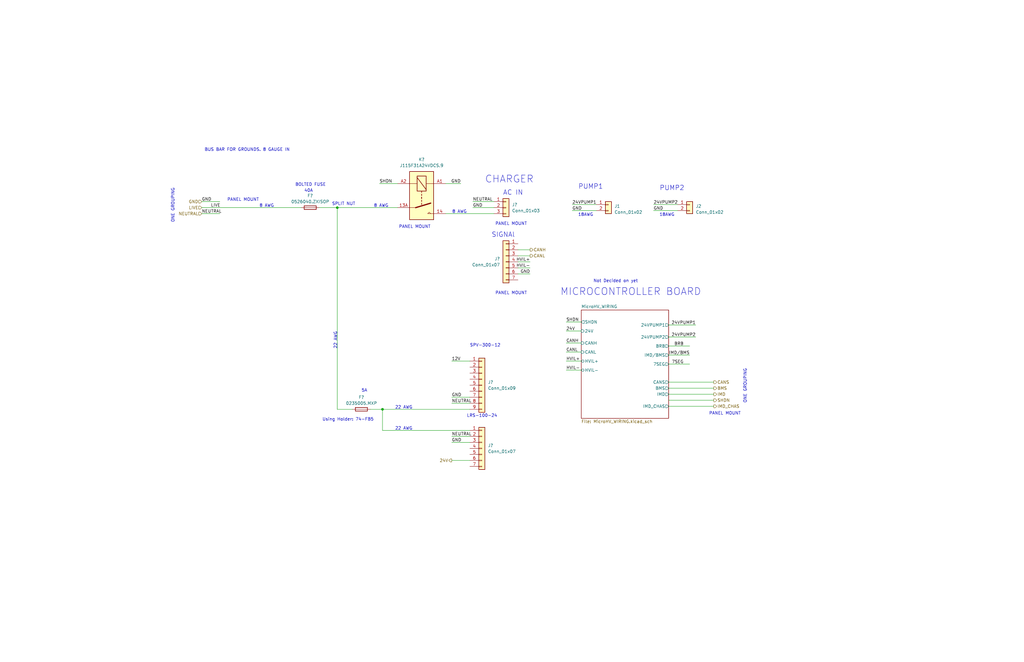
<source format=kicad_sch>
(kicad_sch (version 20230121) (generator eeschema)
  (paper "B")
  (lib_symbols
    (symbol "Connector_Generic:Conn_01x02" (pin_names (offset 1.016) hide)
      (property "Reference" "J" (at 0 2.54 0))
      (property "Value" "Conn_01x02" (at 0 -5.08 0))
      (symbol "Conn_01x02_1_1"
        (rectangle (start -1.27 -2.413) (end 0 -2.667) (stroke (width 0.1524)))
        (rectangle (start -1.27 0.127) (end 0 -0.127) (stroke (width 0.1524)))
        (rectangle (start -1.27 1.27) (end 1.27 -3.81) (stroke (width 0.254)) (fill (type background)))
        (pin passive line (at -5.08 0 0) (length 3.81) (name "Pin_1") (number "1"))
        (pin passive line (at -5.08 -2.54 0) (length 3.81) (name "Pin_2") (number "2"))
      )
    )
    (symbol "Connector_Generic:Conn_01x03" (pin_names (offset 1.016) hide)
      (property "Reference" "J" (at 0 5.08 0))
      (property "Value" "Conn_01x03" (at 0 -5.08 0))
      (symbol "Conn_01x03_1_1"
        (rectangle (start -1.27 -2.413) (end 0 -2.667) (stroke (width 0.1524)))
        (rectangle (start -1.27 0.127) (end 0 -0.127) (stroke (width 0.1524)))
        (rectangle (start -1.27 2.667) (end 0 2.413) (stroke (width 0.1524)))
        (rectangle (start -1.27 3.81) (end 1.27 -3.81) (stroke (width 0.254)) (fill (type background)))
        (pin passive line (at -5.08 2.54 0) (length 3.81) (name "Pin_1") (number "1"))
        (pin passive line (at -5.08 0 0) (length 3.81) (name "Pin_2") (number "2"))
        (pin passive line (at -5.08 -2.54 0) (length 3.81) (name "Pin_3") (number "3"))
      )
    )
    (symbol "Connector_Generic:Conn_01x07" (pin_names (offset 1.016) hide)
      (property "Reference" "J" (at 0 10.16 0))
      (property "Value" "Conn_01x07" (at 0 -10.16 0))
      (symbol "Conn_01x07_1_1"
        (rectangle (start -1.27 -7.493) (end 0 -7.747) (stroke (width 0.1524)))
        (rectangle (start -1.27 -4.953) (end 0 -5.207) (stroke (width 0.1524)))
        (rectangle (start -1.27 -2.413) (end 0 -2.667) (stroke (width 0.1524)))
        (rectangle (start -1.27 0.127) (end 0 -0.127) (stroke (width 0.1524)))
        (rectangle (start -1.27 2.667) (end 0 2.413) (stroke (width 0.1524)))
        (rectangle (start -1.27 5.207) (end 0 4.953) (stroke (width 0.1524)))
        (rectangle (start -1.27 7.747) (end 0 7.493) (stroke (width 0.1524)))
        (rectangle (start -1.27 8.89) (end 1.27 -8.89) (stroke (width 0.254)) (fill (type background)))
        (pin passive line (at -5.08 7.62 0) (length 3.81) (name "Pin_1") (number "1"))
        (pin passive line (at -5.08 5.08 0) (length 3.81) (name "Pin_2") (number "2"))
        (pin passive line (at -5.08 2.54 0) (length 3.81) (name "Pin_3") (number "3"))
        (pin passive line (at -5.08 0 0) (length 3.81) (name "Pin_4") (number "4"))
        (pin passive line (at -5.08 -2.54 0) (length 3.81) (name "Pin_5") (number "5"))
        (pin passive line (at -5.08 -5.08 0) (length 3.81) (name "Pin_6") (number "6"))
        (pin passive line (at -5.08 -7.62 0) (length 3.81) (name "Pin_7") (number "7"))
      )
    )
    (symbol "Connector_Generic:Conn_01x09" (pin_names (offset 1.016) hide)
      (property "Reference" "J" (at 0 12.7 0))
      (property "Value" "Conn_01x09" (at 0 -12.7 0))
      (symbol "Conn_01x09_1_1"
        (rectangle (start -1.27 -10.033) (end 0 -10.287) (stroke (width 0.1524)))
        (rectangle (start -1.27 -7.493) (end 0 -7.747) (stroke (width 0.1524)))
        (rectangle (start -1.27 -4.953) (end 0 -5.207) (stroke (width 0.1524)))
        (rectangle (start -1.27 -2.413) (end 0 -2.667) (stroke (width 0.1524)))
        (rectangle (start -1.27 0.127) (end 0 -0.127) (stroke (width 0.1524)))
        (rectangle (start -1.27 2.667) (end 0 2.413) (stroke (width 0.1524)))
        (rectangle (start -1.27 5.207) (end 0 4.953) (stroke (width 0.1524)))
        (rectangle (start -1.27 7.747) (end 0 7.493) (stroke (width 0.1524)))
        (rectangle (start -1.27 10.287) (end 0 10.033) (stroke (width 0.1524)))
        (rectangle (start -1.27 11.43) (end 1.27 -11.43) (stroke (width 0.254)) (fill (type background)))
        (pin passive line (at -5.08 10.16 0) (length 3.81) (name "Pin_1") (number "1"))
        (pin passive line (at -5.08 7.62 0) (length 3.81) (name "Pin_2") (number "2"))
        (pin passive line (at -5.08 5.08 0) (length 3.81) (name "Pin_3") (number "3"))
        (pin passive line (at -5.08 2.54 0) (length 3.81) (name "Pin_4") (number "4"))
        (pin passive line (at -5.08 0 0) (length 3.81) (name "Pin_5") (number "5"))
        (pin passive line (at -5.08 -2.54 0) (length 3.81) (name "Pin_6") (number "6"))
        (pin passive line (at -5.08 -5.08 0) (length 3.81) (name "Pin_7") (number "7"))
        (pin passive line (at -5.08 -7.62 0) (length 3.81) (name "Pin_8") (number "8"))
        (pin passive line (at -5.08 -10.16 0) (length 3.81) (name "Pin_9") (number "9"))
      )
    )
    (symbol "Device:Fuse" (pin_numbers hide) (pin_names (offset 0))
      (property "Reference" "F" (at 2.032 0 90))
      (property "Value" "Fuse" (at -1.905 0 90))
      (symbol "Fuse_0_1"
        (rectangle (start -0.762 -2.54) (end 0.762 2.54) (stroke (width 0.254)))
        (polyline (pts (xy 0 2.54) (xy 0 -2.54)))
      )
      (symbol "Fuse_1_1"
        (pin passive line (at 0 3.81 270) (length 1.27) (name "~") (number "1"))
        (pin passive line (at 0 -3.81 90) (length 1.27) (name "~") (number "2"))
      )
    )
    (symbol "Relay:RAYEX-L90A"
      (property "Reference" "K" (at 11.43 3.81 0))
      (property "Value" "RAYEX-L90A" (at 11.43 1.27 0))
      (symbol "RAYEX-L90A_1_0"
        (polyline (pts (xy 7.62 3.81) (xy 7.62 5.08)))
        (polyline (pts (xy 7.62 3.81) (xy 7.62 2.54) (xy 6.985 3.175) (xy 7.62 3.81)))
      )
      (symbol "RAYEX-L90A_1_1"
        (rectangle (start -10.16 5.08) (end 10.16 -5.08) (stroke (width 0.254)) (fill (type background)))
        (rectangle (start -8.255 1.905) (end -1.905 -1.905) (stroke (width 0.254)))
        (polyline (pts (xy -7.62 -1.905) (xy -2.54 1.905)) (stroke (width 0.254)))
        (polyline (pts (xy -5.08 -5.08) (xy -5.08 -1.905)))
        (polyline (pts (xy -5.08 5.08) (xy -5.08 1.905)))
        (polyline (pts (xy -1.905 0) (xy -1.27 0)) (stroke (width 0.254)))
        (polyline (pts (xy -0.635 0) (xy 0 0)) (stroke (width 0.254)))
        (polyline (pts (xy 0.635 0) (xy 1.27 0)) (stroke (width 0.254)))
        (polyline (pts (xy 0.635 0) (xy 1.27 0)) (stroke (width 0.254)))
        (polyline (pts (xy 1.905 0) (xy 2.54 0)) (stroke (width 0.254)))
        (polyline (pts (xy 3.175 0) (xy 3.81 0)) (stroke (width 0.254)))
        (polyline (pts (xy 5.08 -2.54) (xy 3.175 3.81)) (stroke (width 0.508)))
        (polyline (pts (xy 5.08 -2.54) (xy 5.08 -5.08)))
        (pin passive line (at 5.08 -10.16 90) (length 5.08) (name "~") (number "13A"))
        (pin passive line (at 5.08 -10.16 90) (length 5.08) hide (name "~") (number "13B"))
        (pin passive line (at 7.62 10.16 270) (length 5.08) (name "~") (number "14"))
        (pin passive line (at -5.08 10.16 270) (length 5.08) (name "~") (number "A1"))
        (pin passive line (at -5.08 -10.16 90) (length 5.08) (name "~") (number "A2"))
      )
    )
  )
  (junction (at 161.29 172.72))
  (junction (at 142.24 87.63))
  (wire (pts (xy 275.59 86.36) (xy 285.75 86.36)))
  (wire (pts (xy 187.96 77.47) (xy 194.31 77.47)))
  (wire (pts (xy 281.94 142.24) (xy 293.37 142.24)))
  (wire (pts (xy 190.5 167.64) (xy 198.12 167.64)))
  (wire (pts (xy 199.39 85.09) (xy 208.28 85.09)))
  (wire (pts (xy 281.94 137.16) (xy 293.37 137.16)))
  (wire (pts (xy 238.76 148.59) (xy 245.11 148.59)))
  (wire (pts (xy 187.96 90.17) (xy 208.28 90.17)))
  (wire (pts (xy 190.5 194.31) (xy 198.12 194.31)))
  (wire (pts (xy 160.02 77.47) (xy 167.64 77.47)))
  (wire (pts (xy 190.5 184.15) (xy 198.12 184.15)))
  (wire (pts (xy 241.3 86.36) (xy 251.46 86.36)))
  (wire (pts (xy 85.09 90.17) (xy 92.71 90.17)))
  (wire (pts (xy 156.21 172.72) (xy 161.29 172.72)))
  (wire (pts (xy 238.76 139.7) (xy 245.11 139.7)))
  (wire (pts (xy 134.62 87.63) (xy 142.24 87.63)))
  (wire (pts (xy 281.94 161.29) (xy 300.99 161.29)))
  (wire (pts (xy 161.29 172.72) (xy 198.12 172.72)))
  (wire (pts (xy 281.94 171.45) (xy 300.99 171.45)))
  (wire (pts (xy 238.76 144.78) (xy 245.11 144.78)))
  (wire (pts (xy 281.94 149.86) (xy 290.83 149.86)))
  (wire (pts (xy 223.52 110.49) (xy 218.44 110.49)))
  (wire (pts (xy 281.94 166.37) (xy 300.99 166.37)))
  (wire (pts (xy 199.39 87.63) (xy 208.28 87.63)))
  (wire (pts (xy 281.94 146.05) (xy 290.83 146.05)))
  (wire (pts (xy 241.3 88.9) (xy 251.46 88.9)))
  (wire (pts (xy 281.94 153.67) (xy 290.83 153.67)))
  (wire (pts (xy 238.76 152.4) (xy 245.11 152.4)))
  (wire (pts (xy 190.5 152.4) (xy 198.12 152.4)))
  (wire (pts (xy 142.24 87.63) (xy 142.24 172.72)))
  (wire (pts (xy 223.52 115.57) (xy 218.44 115.57)))
  (wire (pts (xy 223.52 105.41) (xy 218.44 105.41)))
  (wire (pts (xy 142.24 172.72) (xy 148.59 172.72)))
  (wire (pts (xy 238.76 156.21) (xy 245.11 156.21)))
  (wire (pts (xy 161.29 181.61) (xy 198.12 181.61)))
  (wire (pts (xy 142.24 87.63) (xy 167.64 87.63)))
  (wire (pts (xy 190.5 186.69) (xy 198.12 186.69)))
  (wire (pts (xy 223.52 107.95) (xy 218.44 107.95)))
  (wire (pts (xy 238.76 135.89) (xy 245.11 135.89)))
  (wire (pts (xy 223.52 113.03) (xy 218.44 113.03)))
  (wire (pts (xy 161.29 172.72) (xy 161.29 181.61)))
  (wire (pts (xy 85.09 85.09) (xy 92.71 85.09)))
  (wire (pts (xy 190.5 170.18) (xy 198.12 170.18)))
  (wire (pts (xy 281.94 163.83) (xy 300.99 163.83)))
  (wire (pts (xy 85.09 87.63) (xy 127 87.63)))
  (wire (pts (xy 281.94 168.91) (xy 300.99 168.91)))
  (wire (pts (xy 275.59 88.9) (xy 285.75 88.9)))
  (text "8 AWG" (at 163.83 87.63 0) (effects (font (size 1.27 1.27)) (justify right bottom)))
  (text "MICROCONTROLLER BOARD\n\n\n" (at 236.22 134.62 0) (effects (font (size 3 3)) (justify left bottom)))
  (text "BOLTED FUSE\n" (at 124.46 78.74 0) (effects (font (size 1.27 1.27)) (justify left bottom)))
  (text "8 AWG" (at 115.57 87.63 0) (effects (font (size 1.27 1.27)) (justify right bottom)))
  (text "Not Decided on yet\n" (at 250.19 119.38 0) (effects (font (size 1.27 1.27)) (justify left bottom)))
  (text "Using Holder: 74-FB5" (at 135.89 177.8 0) (effects (font (size 1.27 1.27)) (justify left bottom)))
  (text "PANEL MOUNT\n" (at 109.22 85.09 0) (effects (font (size 1.27 1.27)) (justify right bottom)))
  (text "PANEL MOUNT\n" (at 181.61 96.52 0) (effects (font (size 1.27 1.27)) (justify right bottom)))
  (text "18AWG\n" (at 250.19 91.44 0) (effects (font (size 1.27 1.27)) (justify right bottom)))
  (text "18AWG\n" (at 284.48 91.44 0) (effects (font (size 1.27 1.27)) (justify right bottom)))
  (text "AC IN\n" (at 212.09 82.55 0) (effects (font (size 2 2)) (justify left bottom)))
  (text "22 AWG" (at 173.99 181.61 0) (effects (font (size 1.27 1.27)) (justify right bottom)))
  (text "PANEL MOUNT\n" (at 222.25 95.25 0) (effects (font (size 1.27 1.27)) (justify right bottom)))
  (text "40A\n" (at 128.27 81.28 0) (effects (font (size 1.27 1.27)) (justify left bottom)))
  (text "SPV-300-12\n\n" (at 198.12 148.59 0) (effects (font (size 1.27 1.27)) (justify left bottom)))
  (text "PANEL MOUNT\n" (at 222.25 124.46 0) (effects (font (size 1.27 1.27)) (justify right bottom)))
  (text "SIGNAl\n" (at 217.17 100.33 0) (effects (font (size 2 2)) (justify right bottom)))
  (text "ONE GROUPING\n" (at 314.96 170.18 90) (effects (font (size 1.27 1.27)) (justify left bottom)))
  (text "SPLIT NUT\n\n" (at 149.86 88.9 0) (effects (font (size 1.27 1.27)) (justify right bottom)))
  (text "PUMP2\n\n" (at 278.13 83.82 0) (effects (font (size 2 2)) (justify left bottom)))
  (text "22 AWG" (at 142.24 147.32 90) (effects (font (size 1.27 1.27)) (justify left bottom)))
  (text "CHARGER\n" (at 204.47 77.47 0) (effects (font (size 3 3)) (justify left bottom)))
  (text "BUS BAR FOR GROUNDS. 8 GAUGE IN \n\n" (at 123.19 66.04 0) (effects (font (size 1.27 1.27)) (justify right bottom)))
  (text "ONE GROUPING\n" (at 73.66 93.98 90) (effects (font (size 1.27 1.27)) (justify left bottom)))
  (text "LRS-100-24\n\n\n" (at 196.85 180.34 0) (effects (font (size 1.27 1.27)) (justify left bottom)))
  (text "22 AWG" (at 173.99 172.72 0) (effects (font (size 1.27 1.27)) (justify right bottom)))
  (text "5A\n\n" (at 152.4 167.64 0) (effects (font (size 1.27 1.27)) (justify left bottom)))
  (text "8 AWG" (at 196.85 90.17 0) (effects (font (size 1.27 1.27)) (justify right bottom)))
  (text "PANEL MOUNT\n" (at 312.42 175.26 0) (effects (font (size 1.27 1.27)) (justify right bottom)))
  (text "PUMP1\n" (at 243.84 80.01 0) (effects (font (size 2 2)) (justify left bottom)))
  (label "NEUTRAL" (at 85.09 90.17 0))
  (label "CANH" (at 238.76 144.78 0))
  (label "NEUTRAL" (at 190.5 170.18 0))
  (label "CANL" (at 238.76 148.59 0))
  (label "SHDN" (at 238.76 135.89 0))
  (label "24VPUMP2" (at 275.59 86.36 0))
  (label "24VPUMP1" (at 293.37 137.16 180))
  (label "BRB" (at 288.29 146.05 180))
  (label "GND" (at 241.3 88.9 0))
  (label "GND" (at 194.31 77.47 180))
  (label "GND" (at 190.5 186.69 0))
  (label "12V" (at 190.5 152.4 0))
  (label "GND" (at 85.09 85.09 0))
  (label "NEUTRAL" (at 190.5 184.15 0))
  (label "HVIL+" (at 223.52 110.49 180))
  (label "24VPUMP2" (at 293.37 142.24 180))
  (label "GND" (at 199.39 87.63 0))
  (label "HVIL-" (at 238.76 156.21 0))
  (label "LIVE" (at 88.9 87.63 0))
  (label "IMD{slash}BMS" (at 290.83 149.86 180))
  (label "24V" (at 238.76 139.7 0))
  (label "GND" (at 190.5 167.64 0))
  (label "HVIL-" (at 223.52 113.03 180))
  (label "SHDN" (at 160.02 77.47 0))
  (label "GND" (at 223.52 115.57 180))
  (label "HVIL+" (at 238.76 152.4 0))
  (label "24VPUMP1" (at 241.3 86.36 0))
  (label "7SEG" (at 288.29 153.67 180))
  (label "GND" (at 275.59 88.9 0))
  (label "NEUTRAL" (at 199.39 85.09 0))
  (hierarchical_label "SHDN" (shape output) (at 300.99 168.91 0))
  (hierarchical_label "CANS" (shape output) (at 300.99 161.29 0))
  (hierarchical_label "LIVE" (shape input) (at 85.09 87.63 180))
  (hierarchical_label "IMD_CHAS" (shape output) (at 300.99 171.45 0))
  (hierarchical_label "BMS" (shape output) (at 300.99 163.83 0))
  (hierarchical_label "GND" (shape input) (at 85.09 85.09 180))
  (hierarchical_label "24V" (shape output) (at 190.5 194.31 180))
  (hierarchical_label "NEUTRAL" (shape input) (at 85.09 90.17 180))
  (hierarchical_label "IMD" (shape output) (at 300.99 166.37 0))
  (hierarchical_label "CANH" (shape output) (at 223.52 105.41 0))
  (hierarchical_label "CANL" (shape output) (at 223.52 107.95 0))
  (symbol (lib_id "Connector_Generic:Conn_01x07") (at 213.36 110.49 0) (mirror y) (unit 1)
    (property "Reference" "J?" (at 210.82 109.2199 0) (effects (justify left)))
    (property "Value" "Conn_01x07" (at 210.82 111.7599 0) (effects (justify left)))
  )
  (symbol (lib_id "Connector_Generic:Conn_01x09") (at 203.2 162.56 0) (unit 1)
    (property "Reference" "J?" (at 205.74 161.2899 0) (effects (justify left)))
    (property "Value" "Conn_01x09" (at 205.74 163.8299 0) (effects (justify left)))
  )
  (symbol (lib_id "Connector_Generic:Conn_01x02") (at 256.54 86.36 0) (unit 1)
    (property "Reference" "J1" (at 259.08 86.995 0) (effects (justify left)))
    (property "Value" "Conn_01x02" (at 259.08 89.535 0) (effects (justify left)))
  )
  (symbol (lib_id "Device:Fuse") (at 152.4 172.72 90) (unit 1)
    (property "Reference" "F?" (at 152.4 167.64 90))
    (property "Value" "0235005.MXP" (at 152.4 170.18 90))
  )
  (symbol (lib_id "Connector_Generic:Conn_01x03") (at 213.36 87.63 0) (unit 1)
    (property "Reference" "J?" (at 215.9 86.3599 0) (effects (justify left)))
    (property "Value" "Conn_01x03" (at 215.9 88.8999 0) (effects (justify left)))
  )
  (symbol (lib_id "Relay:RAYEX-L90A") (at 177.8 82.55 270) (unit 1)
    (property "Reference" "K?" (at 177.8 67.31 90))
    (property "Value" "J115F31A24VDCS.9" (at 177.8 69.85 90))
    (property "Footprint" "Relay_THT:Relay_SPST_RAYEX-L90A" (effects hide))
    (property "Datasheet" "https://a3.sofastcdn.com/attachment/7jioKBjnRiiSrjrjknRiwS77gwbf3zmp/L90-SERIES.pdf" (effects hide))
  )
  (symbol (lib_id "Connector_Generic:Conn_01x07") (at 203.2 189.23 0) (unit 1)
    (property "Reference" "J?" (at 205.74 187.9599 0) (effects (justify left)))
    (property "Value" "Conn_01x07" (at 205.74 190.4999 0) (effects (justify left)))
  )
  (symbol (lib_id "Connector_Generic:Conn_01x02") (at 290.83 86.36 0) (unit 1)
    (property "Reference" "J2" (at 293.37 86.995 0) (effects (justify left)))
    (property "Value" "Conn_01x02" (at 293.37 89.535 0) (effects (justify left)))
  )
  (symbol (lib_id "Device:Fuse") (at 130.81 87.63 90) (unit 1)
    (property "Reference" "F?" (at 130.81 82.55 90))
    (property "Value" "0526040.ZXISOP" (at 130.81 85.09 90))
  )
  (sheet (at 245.11 130.81) (size 36.83 45.72) (stroke (width 0.1524))
    (property "Sheetname" "MicroHV_WIRING" (at 245.11 130.0984 0) (effects (justify left bottom)))
    (property "Sheetfile" "MicroHV_WIRING.kicad_sch" (at 245.11 177.1146 0) (effects (justify left top)))
    (pin "24VPUMP1" output (at 281.94 137.16 0))
    (pin "24VPUMP2" output (at 281.94 142.24 0))
    (pin "HVIL+" bidirectional (at 245.11 152.4 180))
    (pin "HVIL-" bidirectional (at 245.11 156.21 180))
    (pin "SHDN" output (at 245.11 135.89 180))
    (pin "BRB" output (at 281.94 146.05 0))
    (pin "IMD{slash}BMS" output (at 281.94 149.86 0))
    (pin "CANS" output (at 281.94 161.29 0))
    (pin "BMS" output (at 281.94 163.83 0))
    (pin "IMD" output (at 281.94 166.37 0))
    (pin "IMD_CHAS" output (at 281.94 171.45 0))
    (pin "7SEG" output (at 281.94 153.67 0))
    (pin "CANH" input (at 245.11 144.78 180))
    (pin "24V" input (at 245.11 139.7 180))
    (pin "CANL" input (at 245.11 148.59 180))
  )
)
</source>
